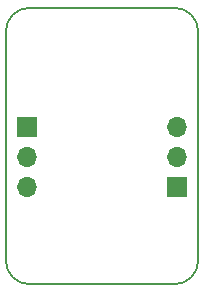
<source format=gbr>
G04 #@! TF.GenerationSoftware,KiCad,Pcbnew,5.1.6-c6e7f7d~86~ubuntu20.04.1*
G04 #@! TF.CreationDate,2020-05-17T01:14:38+03:00*
G04 #@! TF.ProjectId,BRK-SOT-23-3,42524b2d-534f-4542-9d32-332d332e6b69,v1.1*
G04 #@! TF.SameCoordinates,Original*
G04 #@! TF.FileFunction,Soldermask,Bot*
G04 #@! TF.FilePolarity,Negative*
%FSLAX46Y46*%
G04 Gerber Fmt 4.6, Leading zero omitted, Abs format (unit mm)*
G04 Created by KiCad (PCBNEW 5.1.6-c6e7f7d~86~ubuntu20.04.1) date 2020-05-17 01:14:38*
%MOMM*%
%LPD*%
G01*
G04 APERTURE LIST*
G04 #@! TA.AperFunction,Profile*
%ADD10C,0.150000*%
G04 #@! TD*
%ADD11O,1.700000X1.700000*%
%ADD12R,1.700000X1.700000*%
G04 APERTURE END LIST*
D10*
X67300000Y-71400000D02*
G75*
G02*
X65300000Y-73400000I-2000000J0D01*
G01*
X53000000Y-73400000D02*
G75*
G02*
X51000000Y-71400000I0J2000000D01*
G01*
X65300000Y-50000000D02*
G75*
G02*
X67300000Y-52000000I0J-2000000D01*
G01*
X51000000Y-52000000D02*
G75*
G02*
X53000000Y-50000000I2000000J0D01*
G01*
X65300000Y-73400000D02*
X53000000Y-73400000D01*
X67300000Y-52000000D02*
X67300000Y-71400000D01*
X53000000Y-50000000D02*
X65300000Y-50000000D01*
X51000000Y-71400000D02*
X51000000Y-52000000D01*
D11*
X65500000Y-60100000D03*
X65500000Y-62640000D03*
D12*
X65500000Y-65180000D03*
D11*
X52800000Y-65180000D03*
X52800000Y-62640000D03*
D12*
X52800000Y-60100000D03*
M02*

</source>
